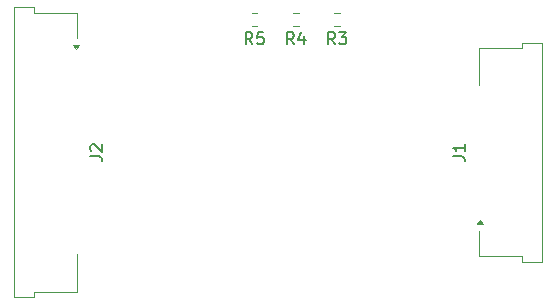
<source format=gto>
G04 #@! TF.GenerationSoftware,KiCad,Pcbnew,9.0.4-9.0.4-0~ubuntu24.04.1*
G04 #@! TF.CreationDate,2025-08-31T09:26:06-07:00*
G04 #@! TF.ProjectId,2025-mipi-rpi-conv-dsi,32303235-2d6d-4697-9069-2d7270692d63,rev?*
G04 #@! TF.SameCoordinates,Original*
G04 #@! TF.FileFunction,Legend,Top*
G04 #@! TF.FilePolarity,Positive*
%FSLAX46Y46*%
G04 Gerber Fmt 4.6, Leading zero omitted, Abs format (unit mm)*
G04 Created by KiCad (PCBNEW 9.0.4-9.0.4-0~ubuntu24.04.1) date 2025-08-31 09:26:06*
%MOMM*%
%LPD*%
G01*
G04 APERTURE LIST*
%ADD10C,0.150000*%
%ADD11C,0.120000*%
G04 APERTURE END LIST*
D10*
X92833333Y-90854819D02*
X92500000Y-90378628D01*
X92261905Y-90854819D02*
X92261905Y-89854819D01*
X92261905Y-89854819D02*
X92642857Y-89854819D01*
X92642857Y-89854819D02*
X92738095Y-89902438D01*
X92738095Y-89902438D02*
X92785714Y-89950057D01*
X92785714Y-89950057D02*
X92833333Y-90045295D01*
X92833333Y-90045295D02*
X92833333Y-90188152D01*
X92833333Y-90188152D02*
X92785714Y-90283390D01*
X92785714Y-90283390D02*
X92738095Y-90331009D01*
X92738095Y-90331009D02*
X92642857Y-90378628D01*
X92642857Y-90378628D02*
X92261905Y-90378628D01*
X93738095Y-89854819D02*
X93261905Y-89854819D01*
X93261905Y-89854819D02*
X93214286Y-90331009D01*
X93214286Y-90331009D02*
X93261905Y-90283390D01*
X93261905Y-90283390D02*
X93357143Y-90235771D01*
X93357143Y-90235771D02*
X93595238Y-90235771D01*
X93595238Y-90235771D02*
X93690476Y-90283390D01*
X93690476Y-90283390D02*
X93738095Y-90331009D01*
X93738095Y-90331009D02*
X93785714Y-90426247D01*
X93785714Y-90426247D02*
X93785714Y-90664342D01*
X93785714Y-90664342D02*
X93738095Y-90759580D01*
X93738095Y-90759580D02*
X93690476Y-90807200D01*
X93690476Y-90807200D02*
X93595238Y-90854819D01*
X93595238Y-90854819D02*
X93357143Y-90854819D01*
X93357143Y-90854819D02*
X93261905Y-90807200D01*
X93261905Y-90807200D02*
X93214286Y-90759580D01*
X96333333Y-90854819D02*
X96000000Y-90378628D01*
X95761905Y-90854819D02*
X95761905Y-89854819D01*
X95761905Y-89854819D02*
X96142857Y-89854819D01*
X96142857Y-89854819D02*
X96238095Y-89902438D01*
X96238095Y-89902438D02*
X96285714Y-89950057D01*
X96285714Y-89950057D02*
X96333333Y-90045295D01*
X96333333Y-90045295D02*
X96333333Y-90188152D01*
X96333333Y-90188152D02*
X96285714Y-90283390D01*
X96285714Y-90283390D02*
X96238095Y-90331009D01*
X96238095Y-90331009D02*
X96142857Y-90378628D01*
X96142857Y-90378628D02*
X95761905Y-90378628D01*
X97190476Y-90188152D02*
X97190476Y-90854819D01*
X96952381Y-89807200D02*
X96714286Y-90521485D01*
X96714286Y-90521485D02*
X97333333Y-90521485D01*
X79104820Y-100333333D02*
X79819105Y-100333333D01*
X79819105Y-100333333D02*
X79961962Y-100380952D01*
X79961962Y-100380952D02*
X80057201Y-100476190D01*
X80057201Y-100476190D02*
X80104820Y-100619047D01*
X80104820Y-100619047D02*
X80104820Y-100714285D01*
X79200058Y-99904761D02*
X79152439Y-99857142D01*
X79152439Y-99857142D02*
X79104820Y-99761904D01*
X79104820Y-99761904D02*
X79104820Y-99523809D01*
X79104820Y-99523809D02*
X79152439Y-99428571D01*
X79152439Y-99428571D02*
X79200058Y-99380952D01*
X79200058Y-99380952D02*
X79295296Y-99333333D01*
X79295296Y-99333333D02*
X79390534Y-99333333D01*
X79390534Y-99333333D02*
X79533391Y-99380952D01*
X79533391Y-99380952D02*
X80104820Y-99952380D01*
X80104820Y-99952380D02*
X80104820Y-99333333D01*
X109804818Y-100333333D02*
X110519103Y-100333333D01*
X110519103Y-100333333D02*
X110661960Y-100380952D01*
X110661960Y-100380952D02*
X110757199Y-100476190D01*
X110757199Y-100476190D02*
X110804818Y-100619047D01*
X110804818Y-100619047D02*
X110804818Y-100714285D01*
X110804818Y-99333333D02*
X110804818Y-99904761D01*
X110804818Y-99619047D02*
X109804818Y-99619047D01*
X109804818Y-99619047D02*
X109947675Y-99714285D01*
X109947675Y-99714285D02*
X110042913Y-99809523D01*
X110042913Y-99809523D02*
X110090532Y-99904761D01*
X99833333Y-90854819D02*
X99500000Y-90378628D01*
X99261905Y-90854819D02*
X99261905Y-89854819D01*
X99261905Y-89854819D02*
X99642857Y-89854819D01*
X99642857Y-89854819D02*
X99738095Y-89902438D01*
X99738095Y-89902438D02*
X99785714Y-89950057D01*
X99785714Y-89950057D02*
X99833333Y-90045295D01*
X99833333Y-90045295D02*
X99833333Y-90188152D01*
X99833333Y-90188152D02*
X99785714Y-90283390D01*
X99785714Y-90283390D02*
X99738095Y-90331009D01*
X99738095Y-90331009D02*
X99642857Y-90378628D01*
X99642857Y-90378628D02*
X99261905Y-90378628D01*
X100166667Y-89854819D02*
X100785714Y-89854819D01*
X100785714Y-89854819D02*
X100452381Y-90235771D01*
X100452381Y-90235771D02*
X100595238Y-90235771D01*
X100595238Y-90235771D02*
X100690476Y-90283390D01*
X100690476Y-90283390D02*
X100738095Y-90331009D01*
X100738095Y-90331009D02*
X100785714Y-90426247D01*
X100785714Y-90426247D02*
X100785714Y-90664342D01*
X100785714Y-90664342D02*
X100738095Y-90759580D01*
X100738095Y-90759580D02*
X100690476Y-90807200D01*
X100690476Y-90807200D02*
X100595238Y-90854819D01*
X100595238Y-90854819D02*
X100309524Y-90854819D01*
X100309524Y-90854819D02*
X100214286Y-90807200D01*
X100214286Y-90807200D02*
X100166667Y-90759580D01*
D11*
G04 #@! TO.C,R5*
X92762742Y-88227500D02*
X93237258Y-88227500D01*
X92762742Y-89272500D02*
X93237258Y-89272500D01*
G04 #@! TO.C,R4*
X96262742Y-88227500D02*
X96737258Y-88227500D01*
X96262742Y-89272500D02*
X96737258Y-89272500D01*
G04 #@! TO.C,J2*
X72640000Y-87740000D02*
X74360000Y-87740000D01*
X72640000Y-112260000D02*
X72640000Y-87740000D01*
X74360000Y-87740000D02*
X74360000Y-88190000D01*
X74360000Y-88190000D02*
X78010000Y-88190000D01*
X74360000Y-111810000D02*
X74360000Y-112260000D01*
X74360000Y-112260000D02*
X72640000Y-112260000D01*
X78010000Y-88190000D02*
X78010000Y-90340000D01*
X78010000Y-108660000D02*
X78010000Y-111810000D01*
X78010000Y-111810000D02*
X74360000Y-111810000D01*
X77900000Y-91280000D02*
X77660000Y-90950000D01*
X78140000Y-90950000D01*
X77900000Y-91280000D01*
G36*
X77900000Y-91280000D02*
G01*
X77660000Y-90950000D01*
X78140000Y-90950000D01*
X77900000Y-91280000D01*
G37*
G04 #@! TO.C,J1*
X111990000Y-91190000D02*
X115640000Y-91190000D01*
X111990000Y-94340000D02*
X111990000Y-91190000D01*
X111990000Y-108810000D02*
X111990000Y-106660000D01*
X115640000Y-90740000D02*
X117360000Y-90740000D01*
X115640000Y-91190000D02*
X115640000Y-90740000D01*
X115640000Y-108810000D02*
X111990000Y-108810000D01*
X115640000Y-109260000D02*
X115640000Y-108810000D01*
X117360000Y-90740000D02*
X117360000Y-109260000D01*
X117360000Y-109260000D02*
X115640000Y-109260000D01*
X112340000Y-106050000D02*
X111860000Y-106050000D01*
X112100000Y-105720000D01*
X112340000Y-106050000D01*
G36*
X112340000Y-106050000D02*
G01*
X111860000Y-106050000D01*
X112100000Y-105720000D01*
X112340000Y-106050000D01*
G37*
G04 #@! TO.C,R3*
X99762742Y-88227500D02*
X100237258Y-88227500D01*
X99762742Y-89272500D02*
X100237258Y-89272500D01*
G04 #@! TD*
M02*

</source>
